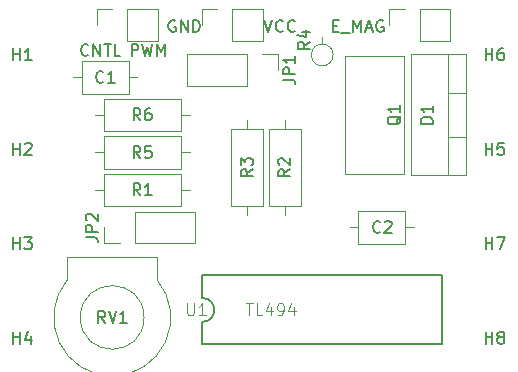
<source format=gto>
G04 #@! TF.GenerationSoftware,KiCad,Pcbnew,(5.1.4)-1*
G04 #@! TF.CreationDate,2019-11-21T21:09:12-06:00*
G04 #@! TF.ProjectId,ElectromagnetLego,456c6563-7472-46f6-9d61-676e65744c65,rev?*
G04 #@! TF.SameCoordinates,Original*
G04 #@! TF.FileFunction,Legend,Top*
G04 #@! TF.FilePolarity,Positive*
%FSLAX46Y46*%
G04 Gerber Fmt 4.6, Leading zero omitted, Abs format (unit mm)*
G04 Created by KiCad (PCBNEW (5.1.4)-1) date 2019-11-21 21:09:12*
%MOMM*%
%LPD*%
G04 APERTURE LIST*
%ADD10C,0.150000*%
%ADD11C,0.120000*%
%ADD12C,0.152400*%
%ADD13C,0.050000*%
G04 APERTURE END LIST*
D10*
X26352761Y25979428D02*
X26686095Y25979428D01*
X26828952Y25455619D02*
X26352761Y25455619D01*
X26352761Y26455619D01*
X26828952Y26455619D01*
X27019428Y25360380D02*
X27781333Y25360380D01*
X28019428Y25455619D02*
X28019428Y26455619D01*
X28352761Y25741333D01*
X28686095Y26455619D01*
X28686095Y25455619D01*
X29114666Y25741333D02*
X29590857Y25741333D01*
X29019428Y25455619D02*
X29352761Y26455619D01*
X29686095Y25455619D01*
X30543238Y26408000D02*
X30448000Y26455619D01*
X30305142Y26455619D01*
X30162285Y26408000D01*
X30067047Y26312761D01*
X30019428Y26217523D01*
X29971809Y26027047D01*
X29971809Y25884190D01*
X30019428Y25693714D01*
X30067047Y25598476D01*
X30162285Y25503238D01*
X30305142Y25455619D01*
X30400380Y25455619D01*
X30543238Y25503238D01*
X30590857Y25550857D01*
X30590857Y25884190D01*
X30400380Y25884190D01*
X20510666Y26455619D02*
X20844000Y25455619D01*
X21177333Y26455619D01*
X22082095Y25550857D02*
X22034476Y25503238D01*
X21891619Y25455619D01*
X21796380Y25455619D01*
X21653523Y25503238D01*
X21558285Y25598476D01*
X21510666Y25693714D01*
X21463047Y25884190D01*
X21463047Y26027047D01*
X21510666Y26217523D01*
X21558285Y26312761D01*
X21653523Y26408000D01*
X21796380Y26455619D01*
X21891619Y26455619D01*
X22034476Y26408000D01*
X22082095Y26360380D01*
X23082095Y25550857D02*
X23034476Y25503238D01*
X22891619Y25455619D01*
X22796380Y25455619D01*
X22653523Y25503238D01*
X22558285Y25598476D01*
X22510666Y25693714D01*
X22463047Y25884190D01*
X22463047Y26027047D01*
X22510666Y26217523D01*
X22558285Y26312761D01*
X22653523Y26408000D01*
X22796380Y26455619D01*
X22891619Y26455619D01*
X23034476Y26408000D01*
X23082095Y26360380D01*
X12954095Y26408000D02*
X12858857Y26455619D01*
X12716000Y26455619D01*
X12573142Y26408000D01*
X12477904Y26312761D01*
X12430285Y26217523D01*
X12382666Y26027047D01*
X12382666Y25884190D01*
X12430285Y25693714D01*
X12477904Y25598476D01*
X12573142Y25503238D01*
X12716000Y25455619D01*
X12811238Y25455619D01*
X12954095Y25503238D01*
X13001714Y25550857D01*
X13001714Y25884190D01*
X12811238Y25884190D01*
X13430285Y25455619D02*
X13430285Y26455619D01*
X14001714Y25455619D01*
X14001714Y26455619D01*
X14477904Y25455619D02*
X14477904Y26455619D01*
X14716000Y26455619D01*
X14858857Y26408000D01*
X14954095Y26312761D01*
X15001714Y26217523D01*
X15049333Y26027047D01*
X15049333Y25884190D01*
X15001714Y25693714D01*
X14954095Y25598476D01*
X14858857Y25503238D01*
X14716000Y25455619D01*
X14477904Y25455619D01*
X9263238Y23423619D02*
X9263238Y24423619D01*
X9644190Y24423619D01*
X9739428Y24376000D01*
X9787047Y24328380D01*
X9834666Y24233142D01*
X9834666Y24090285D01*
X9787047Y23995047D01*
X9739428Y23947428D01*
X9644190Y23899809D01*
X9263238Y23899809D01*
X10168000Y24423619D02*
X10406095Y23423619D01*
X10596571Y24137904D01*
X10787047Y23423619D01*
X11025142Y24423619D01*
X11406095Y23423619D02*
X11406095Y24423619D01*
X11739428Y23709333D01*
X12072761Y24423619D01*
X12072761Y23423619D01*
X5604000Y23518857D02*
X5556380Y23471238D01*
X5413523Y23423619D01*
X5318285Y23423619D01*
X5175428Y23471238D01*
X5080190Y23566476D01*
X5032571Y23661714D01*
X4984952Y23852190D01*
X4984952Y23995047D01*
X5032571Y24185523D01*
X5080190Y24280761D01*
X5175428Y24376000D01*
X5318285Y24423619D01*
X5413523Y24423619D01*
X5556380Y24376000D01*
X5604000Y24328380D01*
X6032571Y23423619D02*
X6032571Y24423619D01*
X6604000Y23423619D01*
X6604000Y24423619D01*
X6937333Y24423619D02*
X7508761Y24423619D01*
X7223047Y23423619D02*
X7223047Y24423619D01*
X8318285Y23423619D02*
X7842095Y23423619D01*
X7842095Y24423619D01*
D11*
X21650000Y23555000D02*
X21650000Y22225000D01*
X20320000Y23555000D02*
X21650000Y23555000D01*
X19050000Y23555000D02*
X19050000Y20895000D01*
X19050000Y20895000D02*
X13910000Y20895000D01*
X19050000Y23555000D02*
X13910000Y23555000D01*
X13910000Y23555000D02*
X13910000Y20895000D01*
D12*
X15240000Y2921000D02*
G75*
G02X15240000Y889000I0J-1016000D01*
G01*
X15240000Y-1016000D02*
X15240000Y889000D01*
X15240000Y4826000D02*
X15240000Y2921000D01*
X35560000Y4826000D02*
X35560000Y-1016000D01*
X15240000Y-1016000D02*
X35560000Y-1016000D01*
X35560000Y4826000D02*
X15240000Y4826000D01*
D11*
X25400000Y24415000D02*
X25400000Y25035000D01*
X26320000Y23495000D02*
G75*
G03X26320000Y23495000I-920000J0D01*
G01*
X10314077Y1270000D02*
G75*
G03X10314077Y1270000I-2694077J0D01*
G01*
X3810000Y6350000D02*
X3810000Y4445000D01*
X11430000Y6350000D02*
X11430000Y4445000D01*
X11429999Y4444999D02*
G75*
G02X3810001Y4444999I-3809999J-3174999D01*
G01*
X11430000Y6350000D02*
X3810000Y6350000D01*
X14200000Y18415000D02*
X13430000Y18415000D01*
X6120000Y18415000D02*
X6890000Y18415000D01*
X13430000Y19785000D02*
X6890000Y19785000D01*
X13430000Y17045000D02*
X13430000Y19785000D01*
X6890000Y17045000D02*
X13430000Y17045000D01*
X6890000Y19785000D02*
X6890000Y17045000D01*
X14200000Y15240000D02*
X13430000Y15240000D01*
X6120000Y15240000D02*
X6890000Y15240000D01*
X13430000Y16610000D02*
X6890000Y16610000D01*
X13430000Y13870000D02*
X13430000Y16610000D01*
X6890000Y13870000D02*
X13430000Y13870000D01*
X6890000Y16610000D02*
X6890000Y13870000D01*
X6925000Y7560000D02*
X6925000Y8890000D01*
X8255000Y7560000D02*
X6925000Y7560000D01*
X9525000Y7560000D02*
X9525000Y10220000D01*
X9525000Y10220000D02*
X14665000Y10220000D01*
X9525000Y7560000D02*
X14665000Y7560000D01*
X14665000Y7560000D02*
X14665000Y10220000D01*
X15180000Y26035000D02*
X15180000Y27365000D01*
X15180000Y27365000D02*
X16510000Y27365000D01*
X17780000Y27365000D02*
X20380000Y27365000D01*
X20380000Y24705000D02*
X20380000Y27365000D01*
X17780000Y24705000D02*
X20380000Y24705000D01*
X17780000Y24705000D02*
X17780000Y27365000D01*
X31055000Y26035000D02*
X31055000Y27365000D01*
X31055000Y27365000D02*
X32385000Y27365000D01*
X33655000Y27365000D02*
X36255000Y27365000D01*
X36255000Y24705000D02*
X36255000Y27365000D01*
X33655000Y24705000D02*
X36255000Y24705000D01*
X33655000Y24705000D02*
X33655000Y27365000D01*
X6290000Y26035000D02*
X6290000Y27365000D01*
X6290000Y27365000D02*
X7620000Y27365000D01*
X8890000Y27365000D02*
X11490000Y27365000D01*
X11490000Y24705000D02*
X11490000Y27365000D01*
X8890000Y24705000D02*
X11490000Y24705000D01*
X8890000Y24705000D02*
X8890000Y27365000D01*
X33130000Y8890000D02*
X32440000Y8890000D01*
X27710000Y8890000D02*
X28400000Y8890000D01*
X32440000Y10310000D02*
X28400000Y10310000D01*
X32440000Y7470000D02*
X32440000Y10310000D01*
X28400000Y7470000D02*
X32440000Y7470000D01*
X28400000Y10310000D02*
X28400000Y7470000D01*
X4335000Y21590000D02*
X5025000Y21590000D01*
X9755000Y21590000D02*
X9065000Y21590000D01*
X5025000Y20170000D02*
X9065000Y20170000D01*
X5025000Y23010000D02*
X5025000Y20170000D01*
X9065000Y23010000D02*
X5025000Y23010000D01*
X9065000Y20170000D02*
X9065000Y23010000D01*
X19050000Y18010000D02*
X19050000Y17240000D01*
X19050000Y9930000D02*
X19050000Y10700000D01*
X17680000Y17240000D02*
X17680000Y10700000D01*
X20420000Y17240000D02*
X17680000Y17240000D01*
X20420000Y10700000D02*
X20420000Y17240000D01*
X17680000Y10700000D02*
X20420000Y10700000D01*
X22225000Y9930000D02*
X22225000Y10700000D01*
X22225000Y18010000D02*
X22225000Y17240000D01*
X23595000Y10700000D02*
X23595000Y17240000D01*
X20855000Y10700000D02*
X23595000Y10700000D01*
X20855000Y17240000D02*
X20855000Y10700000D01*
X23595000Y17240000D02*
X20855000Y17240000D01*
X6120000Y12065000D02*
X6890000Y12065000D01*
X14200000Y12065000D02*
X13430000Y12065000D01*
X6890000Y10695000D02*
X13430000Y10695000D01*
X6890000Y13435000D02*
X6890000Y10695000D01*
X13430000Y13435000D02*
X6890000Y13435000D01*
X13430000Y10695000D02*
X13430000Y13435000D01*
X32345000Y23415000D02*
X27345000Y23415000D01*
X27345000Y23415000D02*
X27345000Y13415000D01*
X27345000Y13415000D02*
X32345000Y13415000D01*
X32345000Y13415000D02*
X32345000Y23415000D01*
X37560000Y16564000D02*
X36050000Y16564000D01*
X37560000Y20265000D02*
X36050000Y20265000D01*
X36050000Y23535000D02*
X36050000Y13295000D01*
X37560000Y13295000D02*
X32919000Y13295000D01*
X37560000Y23535000D02*
X32919000Y23535000D01*
X32919000Y23535000D02*
X32919000Y13295000D01*
X37560000Y23535000D02*
X37560000Y13295000D01*
D10*
X22102380Y21391666D02*
X22816666Y21391666D01*
X22959523Y21344047D01*
X23054761Y21248809D01*
X23102380Y21105952D01*
X23102380Y21010714D01*
X23102380Y21867857D02*
X22102380Y21867857D01*
X22102380Y22248809D01*
X22150000Y22344047D01*
X22197619Y22391666D01*
X22292857Y22439285D01*
X22435714Y22439285D01*
X22530952Y22391666D01*
X22578571Y22344047D01*
X22626190Y22248809D01*
X22626190Y21867857D01*
X23102380Y23391666D02*
X23102380Y22820238D01*
X23102380Y23105952D02*
X22102380Y23105952D01*
X22245238Y23010714D01*
X22340476Y22915476D01*
X22388095Y22820238D01*
D13*
X13968723Y2453604D02*
X13968723Y1642623D01*
X14016428Y1547214D01*
X14064133Y1499509D01*
X14159542Y1451804D01*
X14350361Y1451804D01*
X14445771Y1499509D01*
X14493476Y1547214D01*
X14541180Y1642623D01*
X14541180Y2453604D01*
X15542980Y1451804D02*
X14970523Y1451804D01*
X15256752Y1451804D02*
X15256752Y2453604D01*
X15161342Y2310490D01*
X15065933Y2215080D01*
X14970523Y2167376D01*
X18952071Y2453542D02*
X19524465Y2453542D01*
X19238268Y1451852D02*
X19238268Y2453542D01*
X20335357Y1451852D02*
X19858362Y1451852D01*
X19858362Y2453542D01*
X21098549Y2119645D02*
X21098549Y1451852D01*
X20860052Y2501242D02*
X20621554Y1785749D01*
X21241648Y1785749D01*
X21670944Y1451852D02*
X21861742Y1451852D01*
X21957141Y1499552D01*
X22004840Y1547251D01*
X22100239Y1690350D01*
X22147939Y1881148D01*
X22147939Y2262744D01*
X22100239Y2358143D01*
X22052540Y2405843D01*
X21957141Y2453542D01*
X21766343Y2453542D01*
X21670944Y2405843D01*
X21623244Y2358143D01*
X21575545Y2262744D01*
X21575545Y2024246D01*
X21623244Y1928847D01*
X21670944Y1881148D01*
X21766343Y1833448D01*
X21957141Y1833448D01*
X22052540Y1881148D01*
X22100239Y1928847D01*
X22147939Y2024246D01*
X23006530Y2119645D02*
X23006530Y1451852D01*
X22768033Y2501242D02*
X22529535Y1785749D01*
X23149629Y1785749D01*
D10*
X24328380Y24598333D02*
X23852190Y24265000D01*
X24328380Y24026904D02*
X23328380Y24026904D01*
X23328380Y24407857D01*
X23376000Y24503095D01*
X23423619Y24550714D01*
X23518857Y24598333D01*
X23661714Y24598333D01*
X23756952Y24550714D01*
X23804571Y24503095D01*
X23852190Y24407857D01*
X23852190Y24026904D01*
X23661714Y25455476D02*
X24328380Y25455476D01*
X23280761Y25217380D02*
X23995047Y24979285D01*
X23995047Y25598333D01*
X7024761Y817619D02*
X6691428Y1293809D01*
X6453333Y817619D02*
X6453333Y1817619D01*
X6834285Y1817619D01*
X6929523Y1770000D01*
X6977142Y1722380D01*
X7024761Y1627142D01*
X7024761Y1484285D01*
X6977142Y1389047D01*
X6929523Y1341428D01*
X6834285Y1293809D01*
X6453333Y1293809D01*
X7310476Y1817619D02*
X7643809Y817619D01*
X7977142Y1817619D01*
X8834285Y817619D02*
X8262857Y817619D01*
X8548571Y817619D02*
X8548571Y1817619D01*
X8453333Y1674761D01*
X8358095Y1579523D01*
X8262857Y1531904D01*
X9993333Y17962619D02*
X9660000Y18438809D01*
X9421904Y17962619D02*
X9421904Y18962619D01*
X9802857Y18962619D01*
X9898095Y18915000D01*
X9945714Y18867380D01*
X9993333Y18772142D01*
X9993333Y18629285D01*
X9945714Y18534047D01*
X9898095Y18486428D01*
X9802857Y18438809D01*
X9421904Y18438809D01*
X10850476Y18962619D02*
X10660000Y18962619D01*
X10564761Y18915000D01*
X10517142Y18867380D01*
X10421904Y18724523D01*
X10374285Y18534047D01*
X10374285Y18153095D01*
X10421904Y18057857D01*
X10469523Y18010238D01*
X10564761Y17962619D01*
X10755238Y17962619D01*
X10850476Y18010238D01*
X10898095Y18057857D01*
X10945714Y18153095D01*
X10945714Y18391190D01*
X10898095Y18486428D01*
X10850476Y18534047D01*
X10755238Y18581666D01*
X10564761Y18581666D01*
X10469523Y18534047D01*
X10421904Y18486428D01*
X10374285Y18391190D01*
X9993333Y14767619D02*
X9660000Y15243809D01*
X9421904Y14767619D02*
X9421904Y15767619D01*
X9802857Y15767619D01*
X9898095Y15720000D01*
X9945714Y15672380D01*
X9993333Y15577142D01*
X9993333Y15434285D01*
X9945714Y15339047D01*
X9898095Y15291428D01*
X9802857Y15243809D01*
X9421904Y15243809D01*
X10898095Y15767619D02*
X10421904Y15767619D01*
X10374285Y15291428D01*
X10421904Y15339047D01*
X10517142Y15386666D01*
X10755238Y15386666D01*
X10850476Y15339047D01*
X10898095Y15291428D01*
X10945714Y15196190D01*
X10945714Y14958095D01*
X10898095Y14862857D01*
X10850476Y14815238D01*
X10755238Y14767619D01*
X10517142Y14767619D01*
X10421904Y14815238D01*
X10374285Y14862857D01*
X5377380Y8056666D02*
X6091666Y8056666D01*
X6234523Y8009047D01*
X6329761Y7913809D01*
X6377380Y7770952D01*
X6377380Y7675714D01*
X6377380Y8532857D02*
X5377380Y8532857D01*
X5377380Y8913809D01*
X5425000Y9009047D01*
X5472619Y9056666D01*
X5567857Y9104285D01*
X5710714Y9104285D01*
X5805952Y9056666D01*
X5853571Y9009047D01*
X5901190Y8913809D01*
X5901190Y8532857D01*
X5472619Y9485238D02*
X5425000Y9532857D01*
X5377380Y9628095D01*
X5377380Y9866190D01*
X5425000Y9961428D01*
X5472619Y10009047D01*
X5567857Y10056666D01*
X5663095Y10056666D01*
X5805952Y10009047D01*
X6377380Y9437619D01*
X6377380Y10056666D01*
X30313333Y8532857D02*
X30265714Y8485238D01*
X30122857Y8437619D01*
X30027619Y8437619D01*
X29884761Y8485238D01*
X29789523Y8580476D01*
X29741904Y8675714D01*
X29694285Y8866190D01*
X29694285Y9009047D01*
X29741904Y9199523D01*
X29789523Y9294761D01*
X29884761Y9390000D01*
X30027619Y9437619D01*
X30122857Y9437619D01*
X30265714Y9390000D01*
X30313333Y9342380D01*
X30694285Y9342380D02*
X30741904Y9390000D01*
X30837142Y9437619D01*
X31075238Y9437619D01*
X31170476Y9390000D01*
X31218095Y9342380D01*
X31265714Y9247142D01*
X31265714Y9151904D01*
X31218095Y9009047D01*
X30646666Y8437619D01*
X31265714Y8437619D01*
X6878333Y21232857D02*
X6830714Y21185238D01*
X6687857Y21137619D01*
X6592619Y21137619D01*
X6449761Y21185238D01*
X6354523Y21280476D01*
X6306904Y21375714D01*
X6259285Y21566190D01*
X6259285Y21709047D01*
X6306904Y21899523D01*
X6354523Y21994761D01*
X6449761Y22090000D01*
X6592619Y22137619D01*
X6687857Y22137619D01*
X6830714Y22090000D01*
X6878333Y22042380D01*
X7830714Y21137619D02*
X7259285Y21137619D01*
X7545000Y21137619D02*
X7545000Y22137619D01*
X7449761Y21994761D01*
X7354523Y21899523D01*
X7259285Y21851904D01*
X39238095Y-952380D02*
X39238095Y47619D01*
X39238095Y-428571D02*
X39809523Y-428571D01*
X39809523Y-952380D02*
X39809523Y47619D01*
X40428571Y-380952D02*
X40333333Y-333333D01*
X40285714Y-285714D01*
X40238095Y-190476D01*
X40238095Y-142857D01*
X40285714Y-47619D01*
X40333333Y0D01*
X40428571Y47619D01*
X40619047Y47619D01*
X40714285Y0D01*
X40761904Y-47619D01*
X40809523Y-142857D01*
X40809523Y-190476D01*
X40761904Y-285714D01*
X40714285Y-333333D01*
X40619047Y-380952D01*
X40428571Y-380952D01*
X40333333Y-428571D01*
X40285714Y-476190D01*
X40238095Y-571428D01*
X40238095Y-761904D01*
X40285714Y-857142D01*
X40333333Y-904761D01*
X40428571Y-952380D01*
X40619047Y-952380D01*
X40714285Y-904761D01*
X40761904Y-857142D01*
X40809523Y-761904D01*
X40809523Y-571428D01*
X40761904Y-476190D01*
X40714285Y-428571D01*
X40619047Y-380952D01*
X39238095Y7047619D02*
X39238095Y8047619D01*
X39238095Y7571428D02*
X39809523Y7571428D01*
X39809523Y7047619D02*
X39809523Y8047619D01*
X40190476Y8047619D02*
X40857142Y8047619D01*
X40428571Y7047619D01*
X39238095Y23047619D02*
X39238095Y24047619D01*
X39238095Y23571428D02*
X39809523Y23571428D01*
X39809523Y23047619D02*
X39809523Y24047619D01*
X40714285Y24047619D02*
X40523809Y24047619D01*
X40428571Y24000000D01*
X40380952Y23952380D01*
X40285714Y23809523D01*
X40238095Y23619047D01*
X40238095Y23238095D01*
X40285714Y23142857D01*
X40333333Y23095238D01*
X40428571Y23047619D01*
X40619047Y23047619D01*
X40714285Y23095238D01*
X40761904Y23142857D01*
X40809523Y23238095D01*
X40809523Y23476190D01*
X40761904Y23571428D01*
X40714285Y23619047D01*
X40619047Y23666666D01*
X40428571Y23666666D01*
X40333333Y23619047D01*
X40285714Y23571428D01*
X40238095Y23476190D01*
X39238095Y15047619D02*
X39238095Y16047619D01*
X39238095Y15571428D02*
X39809523Y15571428D01*
X39809523Y15047619D02*
X39809523Y16047619D01*
X40761904Y16047619D02*
X40285714Y16047619D01*
X40238095Y15571428D01*
X40285714Y15619047D01*
X40380952Y15666666D01*
X40619047Y15666666D01*
X40714285Y15619047D01*
X40761904Y15571428D01*
X40809523Y15476190D01*
X40809523Y15238095D01*
X40761904Y15142857D01*
X40714285Y15095238D01*
X40619047Y15047619D01*
X40380952Y15047619D01*
X40285714Y15095238D01*
X40238095Y15142857D01*
X-761904Y-952380D02*
X-761904Y47619D01*
X-761904Y-428571D02*
X-190476Y-428571D01*
X-190476Y-952380D02*
X-190476Y47619D01*
X714285Y-285714D02*
X714285Y-952380D01*
X476190Y95238D02*
X238095Y-619047D01*
X857142Y-619047D01*
X-761904Y7047619D02*
X-761904Y8047619D01*
X-761904Y7571428D02*
X-190476Y7571428D01*
X-190476Y7047619D02*
X-190476Y8047619D01*
X190476Y8047619D02*
X809523Y8047619D01*
X476190Y7666666D01*
X619047Y7666666D01*
X714285Y7619047D01*
X761904Y7571428D01*
X809523Y7476190D01*
X809523Y7238095D01*
X761904Y7142857D01*
X714285Y7095238D01*
X619047Y7047619D01*
X333333Y7047619D01*
X238095Y7095238D01*
X190476Y7142857D01*
X-761904Y15047619D02*
X-761904Y16047619D01*
X-761904Y15571428D02*
X-190476Y15571428D01*
X-190476Y15047619D02*
X-190476Y16047619D01*
X238095Y15952380D02*
X285714Y16000000D01*
X380952Y16047619D01*
X619047Y16047619D01*
X714285Y16000000D01*
X761904Y15952380D01*
X809523Y15857142D01*
X809523Y15761904D01*
X761904Y15619047D01*
X190476Y15047619D01*
X809523Y15047619D01*
X-761904Y23047619D02*
X-761904Y24047619D01*
X-761904Y23571428D02*
X-190476Y23571428D01*
X-190476Y23047619D02*
X-190476Y24047619D01*
X809523Y23047619D02*
X238095Y23047619D01*
X523809Y23047619D02*
X523809Y24047619D01*
X428571Y23904761D01*
X333333Y23809523D01*
X238095Y23761904D01*
X19502380Y13803333D02*
X19026190Y13470000D01*
X19502380Y13231904D02*
X18502380Y13231904D01*
X18502380Y13612857D01*
X18550000Y13708095D01*
X18597619Y13755714D01*
X18692857Y13803333D01*
X18835714Y13803333D01*
X18930952Y13755714D01*
X18978571Y13708095D01*
X19026190Y13612857D01*
X19026190Y13231904D01*
X18502380Y14136666D02*
X18502380Y14755714D01*
X18883333Y14422380D01*
X18883333Y14565238D01*
X18930952Y14660476D01*
X18978571Y14708095D01*
X19073809Y14755714D01*
X19311904Y14755714D01*
X19407142Y14708095D01*
X19454761Y14660476D01*
X19502380Y14565238D01*
X19502380Y14279523D01*
X19454761Y14184285D01*
X19407142Y14136666D01*
X22677380Y13803333D02*
X22201190Y13470000D01*
X22677380Y13231904D02*
X21677380Y13231904D01*
X21677380Y13612857D01*
X21725000Y13708095D01*
X21772619Y13755714D01*
X21867857Y13803333D01*
X22010714Y13803333D01*
X22105952Y13755714D01*
X22153571Y13708095D01*
X22201190Y13612857D01*
X22201190Y13231904D01*
X21772619Y14184285D02*
X21725000Y14231904D01*
X21677380Y14327142D01*
X21677380Y14565238D01*
X21725000Y14660476D01*
X21772619Y14708095D01*
X21867857Y14755714D01*
X21963095Y14755714D01*
X22105952Y14708095D01*
X22677380Y14136666D01*
X22677380Y14755714D01*
X9993333Y11612619D02*
X9660000Y12088809D01*
X9421904Y11612619D02*
X9421904Y12612619D01*
X9802857Y12612619D01*
X9898095Y12565000D01*
X9945714Y12517380D01*
X9993333Y12422142D01*
X9993333Y12279285D01*
X9945714Y12184047D01*
X9898095Y12136428D01*
X9802857Y12088809D01*
X9421904Y12088809D01*
X10945714Y11612619D02*
X10374285Y11612619D01*
X10660000Y11612619D02*
X10660000Y12612619D01*
X10564761Y12469761D01*
X10469523Y12374523D01*
X10374285Y12326904D01*
X32043619Y18319761D02*
X31996000Y18224523D01*
X31900761Y18129285D01*
X31757904Y17986428D01*
X31710285Y17891190D01*
X31710285Y17795952D01*
X31948380Y17843571D02*
X31900761Y17748333D01*
X31805523Y17653095D01*
X31615047Y17605476D01*
X31281714Y17605476D01*
X31091238Y17653095D01*
X30996000Y17748333D01*
X30948380Y17843571D01*
X30948380Y18034047D01*
X30996000Y18129285D01*
X31091238Y18224523D01*
X31281714Y18272142D01*
X31615047Y18272142D01*
X31805523Y18224523D01*
X31900761Y18129285D01*
X31948380Y18034047D01*
X31948380Y17843571D01*
X31948380Y19224523D02*
X31948380Y18653095D01*
X31948380Y18938809D02*
X30948380Y18938809D01*
X31091238Y18843571D01*
X31186476Y18748333D01*
X31234095Y18653095D01*
X34742380Y17676904D02*
X33742380Y17676904D01*
X33742380Y17915000D01*
X33790000Y18057857D01*
X33885238Y18153095D01*
X33980476Y18200714D01*
X34170952Y18248333D01*
X34313809Y18248333D01*
X34504285Y18200714D01*
X34599523Y18153095D01*
X34694761Y18057857D01*
X34742380Y17915000D01*
X34742380Y17676904D01*
X34742380Y19200714D02*
X34742380Y18629285D01*
X34742380Y18915000D02*
X33742380Y18915000D01*
X33885238Y18819761D01*
X33980476Y18724523D01*
X34028095Y18629285D01*
M02*

</source>
